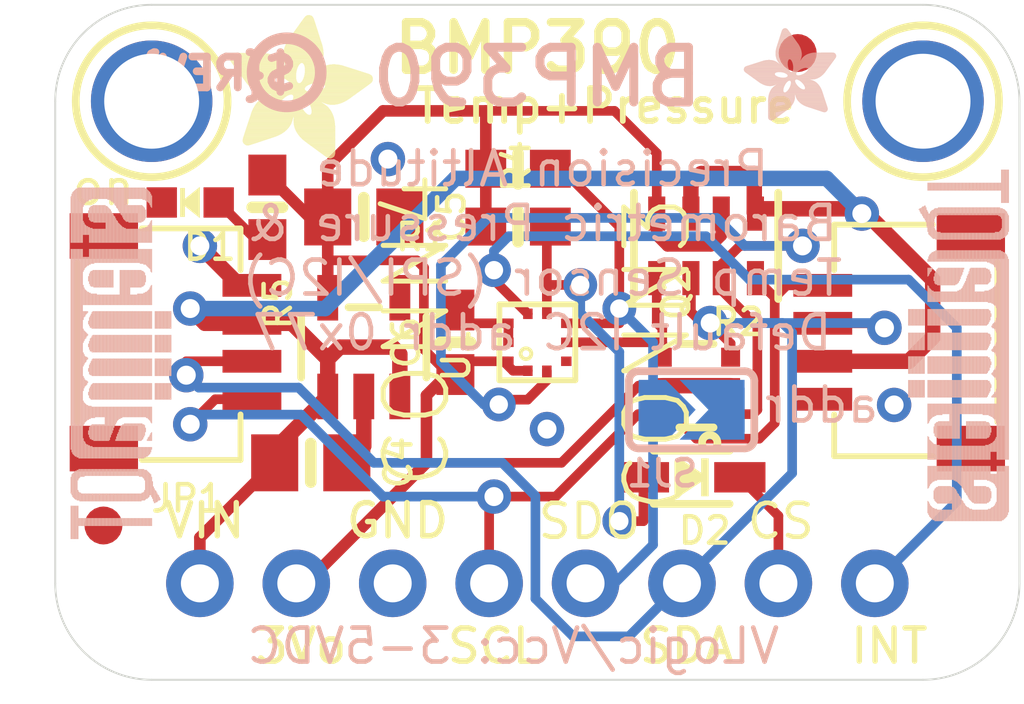
<source format=kicad_pcb>
(kicad_pcb (version 20221018) (generator pcbnew)
  (layers (0 "F.Cu" signal) (31 "B.Cu" signal) (34 "B.Paste" user) (35 "F.Paste" user) (36 "B.SilkS" user "B.Silkscreen") (37 "F.SilkS" user "F.Silkscreen") (38 "B.Mask" user) (39 "F.Mask" user) (44 "Edge.Cuts" user))
  (net 0 "")
  (net 1 "GND")
  (net 2 "SDI_3V")
  (net 3 "SCK_3V")
  (net 4 "CS_3V")
  (net 5 "3.3V")
  (net 6 "SDO/ADR")
  (net 7 "SDI/SDA")
  (net 8 "SCK/SCL")
  (net 9 "CS")
  (net 10 "INT")
  (net 11 "VCC")
  (net 12 "N$1")
  (footprint "Adafruit BMP390:0805-NO" (layer "F.Cu") (at 143.9291 101.7016)
    (fp_text reference "C5" (at 1.905 -0.762 90) (layer "F.SilkS") (effects (font (size 0.692831 0.692831) (thickness 0.119969)) (justify right top)))
    (fp_text value "10uF")
    (pad "1" smd rect (at -0.95 0) (size 1.24 1.5) (layers "F.Cu" "F.Paste" "F.Mask") (net 5 "3.3V"))
    (pad "2" smd rect (at 0.95 0) (size 1.24 1.5) (layers "F.Cu" "F.Paste" "F.Mask") (net 1 "GND"))
  )
  (footprint "Adafruit BMP390:BMP388" (layer "F.Cu") (at 148.5011 105.0036 180)
    (fp_text reference "IC1" hide)
    (fp_text value "BMP388" hide)
    (pad "1" smd rect (at 0.25 -0.75) (size 0.25 0.275) (layers "F.Cu" "F.Paste" "F.Mask") (net 5 "3.3V"))
    (pad "2" smd rect (at -0.25 -0.75) (size 0.25 0.275) (layers "F.Cu" "F.Paste" "F.Mask") (net 3 "SCK_3V"))
    (pad "3" smd rect (at -0.7625 -0.5 270) (size 0.25 0.275) (layers "F.Cu" "F.Paste" "F.Mask") (net 1 "GND"))
    (pad "4" smd rect (at -0.7625 0 270) (size 0.25 0.275) (layers "F.Cu" "F.Paste" "F.Mask") (net 2 "SDI_3V"))
    (pad "5" smd rect (at -0.7625 0.5 270) (size 0.25 0.275) (layers "F.Cu" "F.Paste" "F.Mask") (net 6 "SDO/ADR"))
    (pad "6" smd rect (at -0.25 0.75) (size 0.25 0.275) (layers "F.Cu" "F.Paste" "F.Mask") (net 4 "CS_3V"))
    (pad "7" smd rect (at 0.25 0.75) (size 0.25 0.275) (layers "F.Cu" "F.Paste" "F.Mask") (net 10 "INT"))
    (pad "8" smd rect (at 0.7625 0.5 270) (size 0.25 0.275) (layers "F.Cu" "F.Paste" "F.Mask") (net 1 "GND"))
    (pad "9" smd rect (at 0.7625 0 270) (size 0.25 0.275) (layers "F.Cu" "F.Paste" "F.Mask") (net 1 "GND"))
    (pad "10" smd rect (at 0.7625 -0.5 270) (size 0.25 0.275) (layers "F.Cu" "F.Paste" "F.Mask") (net 5 "3.3V"))
  )
  (footprint "Adafruit BMP390:SOT363" (layer "F.Cu") (at 152.6921 106.1466 90)
    (fp_text reference "Q2" (at 1.651 -0.127 90) (layer "F.SilkS") (effects (font (size 0.692831 0.692831) (thickness 0.119969)) (justify left bottom)))
    (fp_text value "BSS138")
    (pad "1" smd rect (at -0.75 0.9 90) (size 0.5 0.5) (layers "F.Cu" "F.Paste" "F.Mask") (net 3 "SCK_3V"))
    (pad "2" smd rect (at 0 0.9 90) (size 0.4 0.5) (layers "F.Cu" "F.Paste" "F.Mask") (net 5 "3.3V"))
    (pad "3" smd rect (at 0.75 0.9 90) (size 0.5 0.5) (layers "F.Cu" "F.Paste" "F.Mask") (net 7 "SDI/SDA"))
    (pad "4" smd rect (at 0.75 -0.9 90) (size 0.5 0.5) (layers "F.Cu" "F.Paste" "F.Mask") (net 2 "SDI_3V"))
    (pad "5" smd rect (at 0 -0.9 90) (size 0.4 0.5) (layers "F.Cu" "F.Paste" "F.Mask") (net 5 "3.3V"))
    (pad "6" smd rect (at -0.75 -0.9 90) (size 0.5 0.5) (layers "F.Cu" "F.Paste" "F.Mask") (net 8 "SCK/SCL"))
  )
  (footprint "Adafruit BMP390:MOUNTINGHOLE_2.5_PLATED" (layer "F.Cu") (at 138.3411 98.6536)
    (fp_text reference "U$40" hide)
    (fp_text value "MOUNTINGHOLE2.5" hide)
    (pad "P$1" thru_hole circle (at 0 0) (size 3.2 3.2) (drill 2.5) (layers "*.Cu" "*.Mask"))
  )
  (footprint "Adafruit BMP390:SOD-323" (layer "F.Cu") (at 152.5651 108.5596 180)
    (fp_text reference "D2" (at -1.1 -1) (layer "F.SilkS") (effects (font (size 0.692831 0.692831) (thickness 0.119969)) (justify right top)))
    (fp_text value "1N4148")
    (pad "A" smd rect (at 1.27 0 180) (size 1.35 0.8) (layers "F.Cu" "F.Paste" "F.Mask") (net 4 "CS_3V"))
    (pad "C" smd rect (at -1.27 0 180) (size 1.35 0.8) (layers "F.Cu" "F.Paste" "F.Mask") (net 9 "CS"))
  )
  (footprint "Adafruit BMP390:0603-NO" (layer "F.Cu") (at 146.3421 105.0036 90)
    (fp_text reference "C6" (at -0.762 -0.889 90) (layer "F.SilkS") (effects (font (size 0.692831 0.692831) (thickness 0.119969)) (justify left bottom)))
    (fp_text value "0.1uF")
    (pad "1" smd rect (at -0.85 0 90) (size 1.075 1) (layers "F.Cu" "F.Paste" "F.Mask") (net 5 "3.3V"))
    (pad "2" smd rect (at 0.85 0 90) (size 1.075 1) (layers "F.Cu" "F.Paste" "F.Mask") (net 1 "GND"))
  )
  (footprint "Adafruit BMP390:SOT23-5" (layer "F.Cu") (at 143.9291 105.1306)
    (fp_text reference "U1" (at 2.032 -0.562 90) (layer "F.SilkS") (effects (font (size 0.692831 0.692831) (thickness 0.119969)) (justify right top)))
    (fp_text value "AP2112K-3.3")
    (pad "1" smd rect (at -0.95 1.3001) (size 0.55 1.2) (layers "F.Cu" "F.Paste" "F.Mask") (net 11 "VCC"))
    (pad "2" smd rect (at 0 1.3001) (size 0.55 1.2) (layers "F.Cu" "F.Paste" "F.Mask") (net 1 "GND"))
    (pad "3" smd rect (at 0.95 1.3001) (size 0.55 1.2) (layers "F.Cu" "F.Paste" "F.Mask") (net 11 "VCC"))
    (pad "4" smd rect (at 0.95 -1.3001) (size 0.55 1.2) (layers "F.Cu" "F.Paste" "F.Mask"))
    (pad "5" smd rect (at -0.95 -1.3001) (size 0.55 1.2) (layers "F.Cu" "F.Paste" "F.Mask") (net 5 "3.3V"))
  )
  (footprint "Adafruit BMP390:CHIPLED_0603_NOOUTLINE" (layer "F.Cu") (at 139.3571 101.3206 90)
    (fp_text reference "D1" (at -0.762 1.27) (layer "F.SilkS") (effects (font (size 0.692831 0.692831) (thickness 0.119969)) (justify right top)))
    (fp_text value "GREEN")
    (pad "A" smd rect (at 0 0.75 90) (size 0.8 0.8) (layers "F.Cu" "F.Paste" "F.Mask") (net 12 "N$1"))
    (pad "C" smd rect (at 0 -0.75 90) (size 0.8 0.8) (layers "F.Cu" "F.Paste" "F.Mask") (net 1 "GND"))
  )
  (footprint "Adafruit BMP390:1X08_ROUND_70" (layer "F.Cu") (at 148.5011 111.3536)
    (fp_text reference "JP1" (at -10.2362 -1.8288) (layer "F.SilkS") (effects (font (size 0.692831 0.692831) (thickness 0.119969)) (justify left bottom)))
    (fp_text value "")
    (pad "1" thru_hole circle (at -8.89 0 90) (size 1.778 1.778) (drill 1) (layers "*.Cu" "*.Mask") (net 11 "VCC"))
    (pad "2" thru_hole circle (at -6.35 0 90) (size 1.778 1.778) (drill 1) (layers "*.Cu" "*.Mask") (net 5 "3.3V"))
    (pad "3" thru_hole circle (at -3.81 0 90) (size 1.778 1.778) (drill 1) (layers "*.Cu" "*.Mask") (net 1 "GND"))
    (pad "4" thru_hole circle (at -1.27 0 90) (size 1.778 1.778) (drill 1) (layers "*.Cu" "*.Mask") (net 8 "SCK/SCL"))
    (pad "5" thru_hole circle (at 1.27 0 90) (size 1.778 1.778) (drill 1) (layers "*.Cu" "*.Mask") (net 6 "SDO/ADR"))
    (pad "6" thru_hole circle (at 3.81 0 90) (size 1.778 1.778) (drill 1) (layers "*.Cu" "*.Mask") (net 7 "SDI/SDA"))
    (pad "7" thru_hole circle (at 6.35 0 90) (size 1.778 1.778) (drill 1) (layers "*.Cu" "*.Mask") (net 9 "CS"))
    (pad "8" thru_hole circle (at 8.89 0 90) (size 1.778 1.778) (drill 1) (layers "*.Cu" "*.Mask") (net 10 "INT"))
  )
  (footprint "Adafruit BMP390:FIDUCIAL_1MM" (layer "F.Cu") (at 137.0711 109.8296)
    (fp_text reference "FID3" hide)
    (fp_text value "FIDUCIAL_1MM" hide)
    (pad "1" smd roundrect (at 0 0) (size 1 1) (layers "F.Cu" "F.Mask") (roundrect_rratio 0.5))
  )
  (footprint "Adafruit BMP390:0603-NO" (layer "F.Cu") (at 141.3891 101.4476 -90)
    (fp_text reference "R5" (at 1.778 0.127 90) (layer "F.SilkS") (effects (font (size 0.692831 0.692831) (thickness 0.119969)) (justify right top)))
    (fp_text value "10K")
    (pad "1" smd rect (at -0.85 0 270) (size 1.075 1) (layers "F.Cu" "F.Paste" "F.Mask") (net 5 "3.3V"))
    (pad "2" smd rect (at 0.85 0 270) (size 1.075 1) (layers "F.Cu" "F.Paste" "F.Mask") (net 12 "N$1"))
  )
  (footprint "Adafruit BMP390:FIDUCIAL_1MM" (layer "F.Cu") (at 155.3591 97.3836)
    (fp_text reference "FID4" hide)
    (fp_text value "FIDUCIAL_1MM" hide)
    (pad "1" smd roundrect (at 0 0) (size 1 1) (layers "F.Cu" "F.Mask") (roundrect_rratio 0.5))
  )
  (footprint "Adafruit BMP390:JST_SH4" (layer "F.Cu") (at 138.4681 105.0036 -90)
    (fp_text reference "CONN4" (at -4.6 -5.9 90) (layer "F.SilkS") (effects (font (size 1.647139 1.647139) (thickness 0.130861)) (justify right top)))
    (fp_text value "STEMMA_I2C_QT" hide)
    (pad "1" smd rect (at -1.5 -2.514) (size 1.55 0.6) (layers "F.Cu" "F.Paste" "F.Mask") (net 1 "GND"))
    (pad "2" smd rect (at -0.5 -2.514) (size 1.55 0.6) (layers "F.Cu" "F.Paste" "F.Mask") (net 11 "VCC"))
    (pad "3" smd rect (at 0.5 -2.514) (size 1.55 0.6) (layers "F.Cu" "F.Paste" "F.Mask") (net 7 "SDI/SDA"))
    (pad "4" smd rect (at 1.5 -2.514) (size 1.55 0.6) (layers "F.Cu" "F.Paste" "F.Mask") (net 8 "SCK/SCL"))
    (pad "MT1" smd rect (at -2.8 1.386) (size 1.8 1.2) (layers "F.Cu" "F.Paste" "F.Mask") (net 1 "GND"))
    (pad "MT2" smd rect (at 2.8 1.386) (size 1.8 1.2) (layers "F.Cu" "F.Paste" "F.Mask") (net 1 "GND"))
  )
  (footprint "Adafruit BMP390:RESPACK_4X0603" (layer "F.Cu") (at 152.9461 102.4636 180)
    (fp_text reference "R2" (at -1.6 -1.6) (layer "F.SilkS") (effects (font (size 0.692831 0.692831) (thickness 0.119969)) (justify right top)))
    (fp_text value "10K")
    (pad "1" smd rect (at -1.3 0.85 180) (size 0.45 0.9) (layers "F.Cu" "F.Paste" "F.Mask") (net 11 "VCC"))
    (pad "2" smd rect (at -0.4 0.85 180) (size 0.45 0.9) (layers "F.Cu" "F.Paste" "F.Mask") (net 5 "3.3V"))
    (pad "3" smd rect (at 0.4 0.85 180) (size 0.45 0.9) (layers "F.Cu" "F.Paste" "F.Mask") (net 11 "VCC"))
    (pad "4" smd rect (at 1.3 0.85 180) (size 0.45 0.9) (layers "F.Cu" "F.Paste" "F.Mask") (net 5 "3.3V"))
    (pad "5" smd rect (at 1.3 -0.85 180) (size 0.45 0.9) (layers "F.Cu" "F.Paste" "F.Mask") (net 2 "SDI_3V"))
    (pad "6" smd rect (at 0.4 -0.85 180) (size 0.45 0.9) (layers "F.Cu" "F.Paste" "F.Mask") (net 7 "SDI/SDA"))
    (pad "7" smd rect (at -0.4 -0.85 180) (size 0.45 0.9) (layers "F.Cu" "F.Paste" "F.Mask") (net 3 "SCK_3V"))
    (pad "8" smd rect (at -1.3 -0.85 180) (size 0.45 0.9) (layers "F.Cu" "F.Paste" "F.Mask") (net 8 "SCK/SCL"))
  )
  (footprint "Adafruit BMP390:0603-NO" (layer "F.Cu") (at 147.9931 101.9556 180)
    (fp_text reference "R1" (at 1.778 0.127) (layer "F.SilkS") (effects (font (size 0.692831 0.692831) (thickness 0.119969)) (justify right top)))
    (fp_text value "10K")
    (pad "1" smd rect (at -0.85 0 180) (size 1.075 1) (layers "F.Cu" "F.Paste" "F.Mask") (net 4 "CS_3V"))
    (pad "2" smd rect (at 0.85 0 180) (size 1.075 1) (layers "F.Cu" "F.Paste" "F.Mask") (net 5 "3.3V"))
  )
  (footprint "Adafruit BMP390:0805-NO" (layer "F.Cu") (at 142.5321 108.1786)
    (fp_text reference "C4" (at 1.905 -0.762 90) (layer "F.SilkS") (effects (font (size 0.692831 0.692831) (thickness 0.119969)) (justify right top)))
    (fp_text value "10uF")
    (pad "1" smd rect (at -0.95 0) (size 1.24 1.5) (layers "F.Cu" "F.Paste" "F.Mask") (net 11 "VCC"))
    (pad "2" smd rect (at 0.95 0) (size 1.24 1.5) (layers "F.Cu" "F.Paste" "F.Mask") (net 1 "GND"))
  )
  (footprint "Adafruit BMP390:0603-NO" (layer "F.Cu") (at 147.9931 100.4316 180)
    (fp_text reference "R4" (at 0.4445 0.8255 90) (layer "F.SilkS") (effects (font (size 0.692831 0.692831) (thickness 0.119969)) (justify right top)))
    (fp_text value "10K")
    (pad "1" smd rect (at -0.85 0 180) (size 1.075 1) (layers "F.Cu" "F.Paste" "F.Mask") (net 6 "SDO/ADR"))
    (pad "2" smd rect (at 0.85 0 180) (size 1.075 1) (layers "F.Cu" "F.Paste" "F.Mask") (net 5 "3.3V"))
  )
  (footprint "Adafruit BMP390:MOUNTINGHOLE_2.5_PLATED" (layer "F.Cu") (at 158.6611 98.6536)
    (fp_text reference "U$41" hide)
    (fp_text value "MOUNTINGHOLE2.5" hide)
    (pad "P$1" thru_hole circle (at 0 0) (size 3.2 3.2) (drill 2.5) (layers "*.Cu" "*.Mask"))
  )
  (footprint "Adafruit BMP390:ADAFRUIT_3.5MM" (layer "F.Cu") (at 140.3731 100.1776)
    (fp_text reference "U$46" hide)
    (fp_text value "" hide)
  )
  (footprint "Adafruit BMP390:JST_SH4" (layer "F.Cu") (at 158.5341 105.0036 90)
    (fp_text reference "CONN3" (at -4.6 -5.9 90) (layer "F.SilkS") (effects (font (size 1.647139 1.647139) (thickness 0.130861)) (justify left bottom)))
    (fp_text value "STEMMA_I2C_QT" hide)
    (pad "1" smd rect (at -1.5 -2.514 180) (size 1.55 0.6) (layers "F.Cu" "F.Paste" "F.Mask") (net 1 "GND"))
    (pad "2" smd rect (at -0.5 -2.514 180) (size 1.55 0.6) (layers "F.Cu" "F.Paste" "F.Mask") (net 11 "VCC"))
    (pad "3" smd rect (at 0.5 -2.514 180) (size 1.55 0.6) (layers "F.Cu" "F.Paste" "F.Mask") (net 7 "SDI/SDA"))
    (pad "4" smd rect (at 1.5 -2.514 180) (size 1.55 0.6) (layers "F.Cu" "F.Paste" "F.Mask") (net 8 "SCK/SCL"))
    (pad "MT1" smd rect (at -2.8 1.386 180) (size 1.8 1.2) (layers "F.Cu" "F.Paste" "F.Mask") (net 1 "GND"))
    (pad "MT2" smd rect (at 2.8 1.386 180) (size 1.8 1.2) (layers "F.Cu" "F.Paste" "F.Mask") (net 1 "GND"))
  )
  (footprint "Adafruit BMP390:PCBFEAT-REV-040" (layer "B.Cu") (at 141.8971 97.8916 180)
    (fp_text reference "U$47" hide)
    (fp_text value "" hide)
    (fp_text user "${REV}" (at -0.3556 -0.508) (layer "B.SilkS") (effects (font (size 0.8128 0.8128) (thickness 0.2032)) (justify left bottom mirror)))
  )
  (footprint "Adafruit BMP390:SOLDERJUMPER_ARROW_NOPASTE" (layer "B.Cu") (at 152.5651 106.7816)
    (fp_text reference "SJ1" (at -1.778 1.27) (layer "B.SilkS") (effects (font (size 0.692831 0.692831) (thickness 0.119969)) (justify right top mirror)))
    (fp_text value "")
    (fp_poly (pts (xy 0.106121 -0.002663) (xy -0.679416 -0.7882) (xy -1.3946 -0.7882) (xy -1.3946 0.7882) (xy -0.62715 0.7882)) (fill solid) (layer "B.Cu"))
    (fp_poly (pts (xy 1.3946 -0.7882) (xy -0.315893 -0.7882) (xy 0.443148 0) (xy -0.315893 0.7882) (xy 1.3946 0.7882)) (fill solid) (layer "B.Cu"))
    (pad "1" smd roundrect (at -1.016 0) (size 0.762 1.524) (layers "B.Cu") (net 6 "SDO/ADR"))
    (pad "2" smd roundrect (at 1.016 0) (size 0.762 1.524) (layers "B.Cu") (net 1 "GND"))
  )
  (footprint "Adafruit BMP390:STEMMAQT" (layer "B.Cu") (at 138.8491 100.9396 -90)
    (fp_text reference "U$49" hide)
    (fp_text value "" hide)
  )
  (footprint "Adafruit BMP390:ADAFRUIT_2.5MM" (layer "B.Cu") (at 156.3751 99.1616 180)
    (fp_text reference "U$2" hide)
    (fp_text value "" hide)
  )
  (footprint "Adafruit BMP390:STEMMAQT" (layer "B.Cu") (at 158.2801 109.7026 90)
    (fp_text reference "U$48" hide)
    (fp_text value "" hide)
  )
  (gr_arc (start 135.8011 98.6536) (mid 136.545049 96.857549) (end 138.3411 96.1136) (stroke (width 0.05)) (layer "Edge.Cuts"))
  (gr_line (start 135.8011 98.6536) (end 135.8011 111.3536) (stroke (width 0.05)) (layer "Edge.Cuts"))
  (gr_arc (start 158.6611 96.1136) (mid 160.457151 96.857549) (end 161.2011 98.6536) (stroke (width 0.05)) (layer "Edge.Cuts"))
  (gr_line (start 138.3411 113.8936) (end 158.6611 113.8936) (stroke (width 0.05)) (layer "Edge.Cuts"))
  (gr_line (start 161.2011 111.3536) (end 161.2011 98.6536) (stroke (width 0.05)) (layer "Edge.Cuts"))
  (gr_arc (start 161.2011 111.3536) (mid 160.457151 113.149651) (end 158.6611 113.8936) (stroke (width 0.05)) (layer "Edge.Cuts"))
  (gr_line (start 158.6611 96.1136) (end 138.3411 96.1136) (stroke (width 0.05)) (layer "Edge.Cuts"))
  (gr_arc (start 138.3411 113.8936) (mid 136.545049 113.149651) (end 135.8011 111.3536) (stroke (width 0.05)) (layer "Edge.Cuts"))
  (gr_text "addr" (at 155.9941 106.6546) (layer "B.SilkS") (effects (font (size 0.89408 0.89408) (thickness 0.12192)) (justify mirror)))
  (gr_text "BMP390" (at 148.5011 98.0186) (layer "B.SilkS") (effects (font (size 1.441704 1.441704) (thickness 0.234696)) (justify mirror)))
  (gr_text "VLogic/Vcc: 3-5VDC" (at 147.8661 113.0046) (layer "B.SilkS") (effects (font (size 0.89408 0.89408) (thickness 0.12192)) (justify mirror)))
  (gr_text "Precision Altitude\nBarometric Pressure &\nTemp Sensor (SPI/I2C)\nDefault I2C addr 0x77" (at 148.6281 102.5906) (layer "B.SilkS") (effects (font (size 0.89408 0.89408) (thickness 0.12192)) (justify mirror)))
  (gr_text "CS" (at 155.8671 109.1946) (layer "F.SilkS") (effects (font (size 0.89408 0.89408) (thickness 0.12192)) (justify right top)))
  (gr_text "on" (at 136.1821 101.4476) (layer "F.SilkS") (effects (font (size 0.89408 0.89408) (thickness 0.12192)) (justify left bottom)))
  (gr_text "SDO" (at 151.2951 109.1946) (layer "F.SilkS") (effects (font (size 0.89408 0.89408) (thickness 0.12192)) (justify right top)))
  (gr_text "BMP390" (at 148.5011 97.2566) (layer "F.SilkS") (effects (font (size 1.25222 1.25222) (thickness 0.22098))))
  (gr_text "SCL" (at 147.3581 113.0046) (layer "F.SilkS") (effects (font (size 0.87376 0.87376) (thickness 0.14224))))
  (gr_text "INT" (at 157.7721 113.0046) (layer "F.SilkS") (effects (font (size 0.87376 0.87376) (thickness 0.14224))))
  (gr_text "VIN" (at 139.7381 109.7026) (layer "F.SilkS") (effects (font (size 0.87376 0.87376) (thickness 0.14224))))
  (gr_text "SDA" (at 152.4381 113.0046) (layer "F.SilkS") (effects (font (size 0.87376 0.87376) (thickness 0.14224))))
  (gr_text "3Vo" (at 142.2781 113.0046) (layer "F.SilkS") (effects (font (size 0.87376 0.87376) (thickness 0.14224))))
  (gr_text "GND" (at 144.8181 109.7026) (layer "F.SilkS") (effects (font (size 0.87376 0.87376) (thickness 0.14224))))
  (gr_text "Temp+Pressure" (at 150.2791 98.7806) (layer "F.SilkS") (effects (font (size 0.8636 0.8636) (thickness 0.1524))))
  (segment (start 143.9291 106.4307) (end 143.9291 107.7316) (width 0.4064) (layer "F.Cu") (net 1))
  (segment (start 146.6921 104.5036) (end 146.3421 104.1536) (width 0.254) (layer "F.Cu") (net 1))
  (segment (start 147.7386 104.5036) (end 147.7386 105.0036) (width 0.254) (layer "F.Cu") (net 1))
  (segment (start 140.9821 103.5036) (end 140.6511 103.5036) (width 0.4064) (layer "F.Cu") (net 1))
  (segment (start 140.6511 103.5036) (end 139.6111 102.4636) (width 0.4064) (layer "F.Cu") (net 1))
  (segment (start 143.4821 108.1786) (end 143.9291 107.7316) (width 0.4064) (layer "F.Cu") (net 1))
  (segment (start 147.7386 104.5036) (end 146.6921 104.5036) (width 0.254) (layer "F.Cu") (net 1))
  (via (at 144.5641 100.1776) (size 0.9064) (drill 0.5) (layers "F.Cu" "B.Cu") (net 1))
  (via (at 148.7551 107.2896) (size 0.9064) (drill 0.5) (layers "F.Cu" "B.Cu") (net 1))
  (via (at 157.8991 106.6546) (size 0.9064) (drill 0.5) (layers "F.Cu" "B.Cu") (net 1))
  (via (at 139.6111 102.4636) (size 0.9064) (drill 0.5) (layers "F.Cu" "B.Cu") (net 1))
  (segment (start 151.7921 104.6346) (end 151.6461 104.4886) (width 0.254) (layer "F.Cu") (net 2))
  (segment (start 151.6461 104.4886) (end 151.6461 103.3136) (width 0.254) (layer "F.Cu") (net 2))
  (segment (start 149.2636 105.0036) (end 151.7921 105.0036) (width 0.254) (layer "F.Cu") (net 2))
  (segment (start 151.7921 105.0036) (end 151.7921 104.6346) (width 0.254) (layer "F.Cu") (net 2))
  (segment (start 151.7921 105.3966) (end 151.7921 105.0036) (width 0.254) (layer "F.Cu") (net 2))
  (segment (start 153.3461 103.3136) (end 153.3461 102.9526) (width 0.254) (layer "F.Cu") (net 3))
  (segment (start 153.5921 106.8966) (end 154.1819 106.8966) (width 0.254) (layer "F.Cu") (net 3))
  (segment (start 147.6121 106.5149) (end 147.4851 106.6419) (width 0.254) (layer "F.Cu") (net 3))
  (segment (start 148.2438 106.5149) (end 147.6121 106.5149) (width 0.254) (layer "F.Cu") (net 3))
  (segment (start 153.3461 103.6256) (end 154.2969 104.5764) (width 0.254) (layer "F.Cu") (net 3))
  (segment (start 154.2969 104.5764) (end 154.2969 106.7816) (width 0.254) (layer "F.Cu") (net 3))
  (segment (start 154.2969 106.7816) (end 154.1819 106.8966) (width 0.254) (layer "F.Cu") (net 3))
  (segment (start 153.8351 102.4636) (end 155.4861 102.4636) (width 0.254) (layer "F.Cu") (net 3))
  (segment (start 153.3461 102.9526) (end 153.8351 102.4636) (width 0.254) (layer "F.Cu") (net 3))
  (segment (start 148.7511 105.7536) (end 148.7511 106.0076) (width 0.254) (layer "F.Cu") (net 3))
  (segment (start 153.3461 103.3136) (end 153.3461 103.6256) (width 0.254) (layer "F.Cu") (net 3))
  (segment (start 148.7511 106.0076) (end 148.2438 106.5149) (width 0.254) (layer "F.Cu") (net 3))
  (via (at 155.4861 102.4636) (size 0.9064) (drill 0.5) (layers "F.Cu" "B.Cu") (net 3))
  (via (at 147.4851 106.6419) (size 0.889) (drill 0.4826) (layers "F.Cu" "B.Cu") (net 3))
  (segment (start 147.4851 106.6419) (end 147.0914 106.6419) (width 0.254) (layer "B.Cu") (net 3))
  (segment (start 145.9611 105.5116) (end 145.9611 102.9716) (width 0.254) (layer "B.Cu") (net 3))
  (segment (start 147.2057 101.727) (end 153.2255 101.727) (width 0.254) (layer "B.Cu") (net 3))
  (segment (start 145.9611 102.9716) (end 147.2057 101.727) (width 0.254) (layer "B.Cu") (net 3))
  (segment (start 147.0914 106.6419) (end 145.9611 105.5116) (width 0.254) (layer "B.Cu") (net 3))
  (segment (start 153.9621 102.4636) (end 153.2255 101.727) (width 0.254) (layer "B.Cu") (net 3))
  (segment (start 153.9621 102.4636) (end 155.4861 102.4636) (width 0.254) (layer "B.Cu") (net 3))
  (segment (start 148.7511 103.4836) (end 148.7424 103.4923) (width 0.254) (layer "F.Cu") (net 4))
  (segment (start 150.6601 109.7153) (end 151.2951 109.7153) (width 0.254) (layer "F.Cu") (net 4))
  (segment (start 148.7511 102.0476) (end 148.7511 103.4836) (width 0.254) (layer "F.Cu") (net 4))
  (segment (start 148.7511 104.2536) (end 148.7511 103.501) (width 0.254) (layer "F.Cu") (net 4))
  (segment (start 151.2951 108.5596) (end 151.2951 109.7153) (width 0.254) (layer "F.Cu") (net 4))
  (segment (start 148.8431 101.9556) (end 148.7511 102.0476) (width 0.254) (layer "F.Cu") (net 4))
  (segment (start 148.7424 103.4923) (end 149.6314 103.4923) (width 0.254) (layer "F.Cu") (net 4))
  (segment (start 148.7511 103.501) (end 148.7424 103.4923) (width 0.254) (layer "F.Cu") (net 4))
  (via (at 150.6601 109.7153) (size 0.889) (drill 0.4826) (layers "F.Cu" "B.Cu") (net 4))
  (via (at 149.6314 103.4923) (size 0.889) (drill 0.4826) (layers "F.Cu" "B.Cu") (net 4))
  (segment (start 149.6314 103.4923) (end 149.6314 104.2289) (width 0.254) (layer "B.Cu") (net 4))
  (segment (start 150.6601 105.2576) (end 150.6601 109.7153) (width 0.254) (layer "B.Cu") (net 4))
  (segment (start 149.6314 104.2289) (end 150.6601 105.2576) (width 0.254) (layer "B.Cu") (net 4))
  (segment (start 153.0731 102.4636) (end 151.9301 102.4636) (width 0.3048) (layer "F.Cu") (net 5))
  (segment (start 147.8621 105.7536) (end 147.6121 105.5036) (width 0.254) (layer "F.Cu") (net 5))
  (segment (start 146.1271 105.8536) (end 145.5801 106.4006) (width 0.3048) (layer "F.Cu") (net 5))
  (segment (start 142.1511 111.3536) (end 142.4051 111.3536) (width 0.3048) (layer "F.Cu") (net 5))
  (segment (start 142.9791 101.7016) (end 142.9791 100.3656) (width 0.3048) (layer "F.Cu") (net 5))
  (segment (start 151.1681 106.1466) (end 149.1361 108.1786) (width 0.254) (layer "F.Cu") (net 5))
  (segment (start 153.3461 101.6136) (end 153.3461 102.1906) (width 0.3048) (layer "F.Cu") (net 5))
  (segment (start 151.6461 102.1796) (end 151.6461 101.6136) (width 0.3048) (layer "F.Cu") (net 5))
  (segment (start 153.3461 102.1906) (end 153.0731 102.4636) (width 0.3048) (layer "F.Cu") (net 5))
  (segment (start 142.9791 101.7016) (end 142.9791 102.8446) (width 0.3048) (layer "F.Cu") (net 5))
  (segment (start 142.9791 102.8446) (end 145.3261 102.8446) (width 0.254) (layer "F.Cu") (net 5))
  (segment (start 147.1431 100.4316) (end 147.1431 101.9556) (width 0.3048) (layer "F.Cu") (net 5))
  (segment (start 145.5801 108.1786) (end 142.4051 111.3536) (width 0.3048) (layer "F.Cu") (net 5))
  (segment (start 146.1761 105.8536) (end 145.5119 105.1894) (width 0.254) (layer "F.Cu") (net 5))
  (segment (start 151.7921 106.1466) (end 151.1681 106.1466) (width 0.254) (layer "F.Cu") (net 5))
  (segment (start 145.5119 103.479325) (end 145.5166 103.474625) (width 0.254) (layer "F.Cu") (net 5))
  (segment (start 146.3421 105.8536) (end 146.1271 105.8536) (width 0.3048) (layer "F.Cu") (net 5))
  (segment (start 151.6461 101.6136) (end 151.6461 100.0206) (width 0.254) (layer "F.Cu") (net 5))
  (segment (start 145.5166 103.0351) (end 145.3261 102.8446) (width 0.254) (layer "F.Cu") (net 5))
  (segment (start 147.1431 98.9076) (end 147.1431 100.4316) (width 0.3048) (layer "F.Cu") (net 5))
  (segment (start 148.2511 105.7536) (end 147.8621 105.7536) (width 0.254) (layer "F.Cu") (net 5))
  (segment (start 151.7921 106.1466) (end 153.5921 106.1466) (width 0.4064) (layer "F.Cu") (net 5))
  (segment (start 147.6121 105.5036) (end 146.6921 105.5036) (width 0.254) (layer "F.Cu") (net 5))
  (segment (start 142.9791 102.8446) (end 142.9791 103.8305) (width 0.3048) (layer "F.Cu") (net 5))
  (segment (start 146.3421 105.8536) (end 146.1761 105.8536) (width 0.254) (layer "F.Cu") (net 5))
  (segment (start 150.5331 98.9076) (end 147.1431 98.9076) (width 0.254) (layer "F.Cu") (net 5))
  (segment (start 151.9301 102.4636) (end 151.6461 102.1796) (width 0.3048) (layer "F.Cu") (net 5))
  (segment (start 147.7386 105.5036) (end 147.6121 105.5036) (width 0.254) (layer "F.Cu") (net 5))
  (segment (start 141.3891 100.5976) (end 142.4931 101.7016) (width 0.3048) (layer "F.Cu") (net 5))
  (segment (start 145.5801 106.4006) (end 145.5801 108.1786) (width 0.3048) (layer "F.Cu") (net 5))
  (segment (start 146.6921 105.5036) (end 146.3421 105.8536) (width 0.254) (layer "F.Cu") (net 5))
  (segment (start 149.1361 108.1786) (end 145.5801 108.1786) (width 0.254) (layer "F.Cu") (net 5))
  (segment (start 142.4931 101.7016) (end 142.9791 101.7016) (width 0.3048) (layer "F.Cu") (net 5))
  (segment (start 144.4371 98.9076) (end 147.1431 98.9076) (width 0.3048) (layer "F.Cu") (net 5))
  (segment (start 151.6461 100.0206) (end 150.5331 98.9076) (width 0.254) (layer "F.Cu") (net 5))
  (segment (start 145.5166 103.474625) (end 145.5166 103.0351) (width 0.254) (layer "F.Cu") (net 5))
  (segment (start 142.9791 100.3656) (end 144.4371 98.9076) (width 0.3048) (layer "F.Cu") (net 5))
  (segment (start 145.5119 105.1894) (end 145.5119 103.479325) (width 0.254) (layer "F.Cu") (net 5))
  (segment (start 150.6601 104.1146) (end 150.6601 101.9556) (width 0.254) (layer "F.Cu") (net 6))
  (segment (start 149.2636 104.5036) (end 150.6601 104.5036) (width 0.254) (layer "F.Cu") (net 6))
  (segment (start 150.6601 101.9556) (end 149.1361 100.4316) (width 0.254) (layer "F.Cu") (net 6))
  (segment (start 150.6601 104.5036) (end 150.6601 104.1146) (width 0.254) (layer "F.Cu") (net 6))
  (segment (start 149.1361 100.4316) (end 148.8431 100.4316) (width 0.254) (layer "F.Cu") (net 6))
  (via (at 150.6601 104.1146) (size 0.889) (drill 0.4826) (layers "F.Cu" "B.Cu") (net 6))
  (segment (start 150.6601 104.1146) (end 151.5491 105.0036) (width 0.254) (layer "B.Cu") (net 6))
  (segment (start 151.5491 106.7816) (end 151.5491 107.2896) (width 0.2032) (layer "B.Cu") (net 6))
  (segment (start 151.5491 105.0036) (end 151.5491 106.7816) (width 0.254) (layer "B.Cu") (net 6))
  (segment (start 151.5491 107.2896) (end 151.5491 110.3376) (width 0.254) (layer "B.Cu") (net 6))
  (segment (start 151.5491 110.3376) (end 150.5331 111.3536) (width 0.254) (layer "B.Cu") (net 6))
  (segment (start 150.5331 111.3536) (end 149.7711 111.3536) (width 0.254) (layer "B.Cu") (net 6))
  (segment (start 140.9821 105.5036) (end 139.252706 105.5036) (width 0.254) (layer "F.Cu") (net 7))
  (segment (start 139.252706 105.5036) (end 139.252706 105.869994) (width 0.254) (layer "F.Cu") (net 7))
  (segment (start 152.5461 103.3136) (end 152.5461 104.2026) (width 0.254) (layer "F.Cu") (net 7))
  (segment (start 157.5261 104.5036) (end 157.6451 104.6226) (width 0.254) (layer "F.Cu") (net 7))
  (segment (start 152.5461 104.2026) (end 152.8391 104.4956) (width 0.254) (layer "F.Cu") (net 7))
  (segment (start 153.5921 105.0336) (end 153.0541 104.4956) (width 0.254) (layer "F.Cu") (net 7))
  (segment (start 156.0201 104.5036) (end 157.5261 104.5036) (width 0.254) (layer "F.Cu") (net 7))
  (segment (start 152.8391 104.4956) (end 153.0541 104.4956) (width 0.254) (layer "F.Cu") (net 7))
  (segment (start 153.5921 105.3966) (end 153.5921 105.0336) (width 0.254) (layer "F.Cu") (net 7))
  (via (at 139.252706 105.869994) (size 0.9064) (drill 0.5) (layers "F.Cu" "B.Cu") (net 7))
  (via (at 157.6451 104.6226) (size 0.9064) (drill 0.5) (layers "F.Cu" "B.Cu") (net 7))
  (via (at 153.0541 104.4956) (size 0.9064) (drill 0.5) (layers "F.Cu" "B.Cu") (net 7))
  (segment (start 142.213481 106.1974) (end 144.194681 108.1786) (width 0.254) (layer "B.Cu") (net 7))
  (segment (start 139.580112 106.1974) (end 142.213481 106.1974) (width 0.254) (layer "B.Cu") (net 7))
  (segment (start 148.4503 109.0519) (end 148.4503 111.757013) (width 0.254) (layer "B.Cu") (net 7))
  (segment (start 150.9141 112.7506) (end 152.3111 111.3536) (width 0.254) (layer "B.Cu") (net 7))
  (segment (start 153.0541 104.4956) (end 154.9591 104.4956) (width 0.254) (layer "B.Cu") (net 7))
  (segment (start 149.443887 112.7506) (end 150.9141 112.7506) (width 0.254) (layer "B.Cu") (net 7))
  (segment (start 147.577 108.1786) (end 148.4503 109.0519) (width 0.254) (layer "B.Cu") (net 7))
  (segment (start 155.2131 104.7496) (end 155.2131 108.4516) (width 0.254) (layer "B.Cu") (net 7))
  (segment (start 157.5181 104.4956) (end 153.0541 104.4956) (width 0.254) (layer "B.Cu") (net 7))
  (segment (start 144.194681 108.1786) (end 147.577 108.1786) (width 0.254) (layer "B.Cu") (net 7))
  (segment (start 148.4503 111.757013) (end 149.443887 112.7506) (width 0.254) (layer "B.Cu") (net 7))
  (segment (start 155.2131 104.7496) (end 154.9591 104.4956) (width 0.254) (layer "B.Cu") (net 7))
  (segment (start 155.2131 108.4516) (end 152.3111 111.3536) (width 0.254) (layer "B.Cu") (net 7))
  (segment (start 157.6451 104.6226) (end 157.5181 104.4956) (width 0.254) (layer "B.Cu") (net 7))
  (segment (start 139.252706 105.869994) (end 139.580112 106.1974) (width 0.254) (layer "B.Cu") (net 7))
  (segment (start 152.6921 107.5436) (end 152.0451 106.8966) (width 0.254) (layer "F.Cu") (net 8))
  (segment (start 151.7921 106.8966) (end 152.0451 106.8966) (width 0.254) (layer "F.Cu") (net 8))
  (segment (start 148.9861 109.0676) (end 147.3581 109.0676) (width 0.254) (layer "F.Cu") (net 8))
  (segment (start 147.2311 109.1946) (end 147.2311 111.3536) (width 0.254) (layer "F.Cu") (net 8))
  (segment (start 151.1571 106.8966) (end 148.9861 109.0676) (width 0.254) (layer "F.Cu") (net 8))
  (segment (start 156.0201 103.5036) (end 155.0721 103.5036) (width 0.254) (layer "F.Cu") (net 8))
  (segment (start 155.0721 103.5036) (end 154.7541 103.8216) (width 0.254) (layer "F.Cu") (net 8))
  (segment (start 154.3431 107.5436) (end 152.6921 107.5436) (width 0.254) (layer "F.Cu") (net 8))
  (segment (start 154.7541 107.1326) (end 154.3431 107.5436) (width 0.254) (layer "F.Cu") (net 8))
  (segment (start 140.0161 106.5036) (end 139.3571 107.1626) (width 0.254) (layer "F.Cu") (net 8))
  (segment (start 154.2461 103.3136) (end 154.7541 103.8216) (width 0.254) (layer "F.Cu") (net 8))
  (segment (start 151.7921 106.8966) (end 151.1571 106.8966) (width 0.254) (layer "F.Cu") (net 8))
  (segment (start 154.7541 103.8216) (end 154.7541 107.1326) (width 0.254) (layer "F.Cu") (net 8))
  (segment (start 140.9821 106.5036) (end 140.0161 106.5036) (width 0.254) (layer "F.Cu") (net 8))
  (segment (start 147.3581 109.0676) (end 147.2311 109.1946) (width 0.254) (layer "F.Cu") (net 8))
  (via (at 139.3571 107.1626) (size 0.9064) (drill 0.5) (layers "F.Cu" "B.Cu") (net 8))
  (via (at 147.3581 109.0676) (size 0.9064) (drill 0.5) (layers "F.Cu" "B.Cu") (net 8))
  (segment (start 139.3571 107.1626) (end 139.6111 106.9086) (width 0.254) (layer "B.Cu") (net 8))
  (segment (start 142.2781 106.9086) (end 139.6111 106.9086) (width 0.254) (layer "B.Cu") (net 8))
  (segment (start 147.3581 109.0676) (end 144.4371 109.0676) (width 0.254) (layer "B.Cu") (net 8))
  (segment (start 144.4371 109.0676) (end 142.2781 106.9086) (width 0.254) (layer "B.Cu") (net 8))
  (segment (start 153.8351 108.5596) (end 154.8511 109.5756) (width 0.254) (layer "F.Cu") (net 9))
  (segment (start 154.8511 109.5756) (end 154.8511 111.3536) (width 0.254) (layer "F.Cu") (net 9))
  (segment (start 147.3581 103.3606) (end 147.3581 103.1033) (width 0.254) (layer "F.Cu") (net 10))
  (segment (start 148.2511 104.2536) (end 147.3581 103.3606) (width 0.254) (layer "F.Cu") (net 10))
  (via (at 147.3581 103.1033) (size 0.889) (drill 0.4826) (layers "F.Cu" "B.Cu") (net 10))
  (segment (start 147.7438 102.2096) (end 152.9461 102.2096) (width 0.254) (layer "B.Cu") (net 10))
  (segment (start 147.3581 102.5953) (end 147.3581 103.1033) (width 0.254) (layer "B.Cu") (net 10))
  (segment (start 159.5501 109.1946) (end 157.3911 111.3536) (width 0.254) (layer "B.Cu") (net 10))
  (segment (start 147.7438 102.2096) (end 147.3581 102.5953) (width 0.254) (layer "B.Cu") (net 10))
  (segment (start 152.9461 102.2096) (end 154.0891 103.3526) (width 0.254) (layer "B.Cu") (net 10))
  (segment (start 158.2801 103.3526) (end 159.5501 104.6226) (width 0.254) (layer "B.Cu") (net 10))
  (segment (start 159.5501 104.6226) (end 159.5501 109.1946) (width 0.254) (layer "B.Cu") (net 10))
  (segment (start 154.0891 103.3526) (end 158.2801 103.3526) (width 0.254) (layer "B.Cu") (net 10))
  (segment (start 154.2161 100.5586) (end 154.2161 101.5836) (width 0.4064) (layer "F.Cu") (net 11))
  (segment (start 140.9821 104.5036) (end 142.0371 104.5036) (width 0.4064) (layer "F.Cu") (net 11))
  (segment (start 142.9791 105.4456) (end 142.9791 106.4307) (width 0.4064) (layer "F.Cu") (net 11))
  (segment (start 140.9821 104.5036) (end 139.7461 104.5036) (width 0.4064) (layer "F.Cu") (net 11))
  (segment (start 157.1761 101.6136) (end 157.0491 101.6136) (width 0.4064) (layer "F.Cu") (net 11))
  (segment (start 142.9791 106.4307) (end 141.5821 107.8277) (width 0.4064) (layer "F.Cu") (net 11))
  (segment (start 142.0371 104.5036) (end 142.9791 105.4456) (width 0.4064) (layer "F.Cu") (net 11))
  (segment (start 144.691096 105.1306) (end 143.2941 105.1306) (width 0.4064) (layer "F.Cu") (net 11))
  (segment (start 141.5821 107.8277) (end 141.5821 108.1786) (width 0.4064) (layer "F.Cu") (net 11))
  (segment (start 139.6111 110.1496) (end 139.6111 111.3536) (width 0.3048) (layer "F.Cu") (net 11))
  (segment (start 152.5461 100.8316) (end 152.8191 100.5586) (width 0.4064) (layer "F.Cu") (net 11))
  (segment (start 152.5461 101.6136) (end 152.5461 100.8316) (width 0.4064) (layer "F.Cu") (net 11))
  (segment (start 158.9151 103.3526) (end 157.1761 101.6136) (width 0.4064) (layer "F.Cu") (net 11))
  (segment (start 154.2161 101.5836) (end 154.2461 101.6136) (width 0.4064) (layer "F.Cu") (net 11))
  (segment (start 141.5821 108.1786) (end 139.6111 110.1496) (width 0.3048) (layer "F.Cu") (net 11))
  (segment (start 139.7461 104.5036) (end 139.3571 104.1146) (width 0.4064) (layer "F.Cu") (net 11))
  (segment (start 156.0201 105.5036) (end 158.2881 105.5036) (width 0.4064) (layer "F.Cu") (net 11))
  (segment (start 144.8791 105.3186) (end 144.691096 105.1306) (width 0.4064) (layer "F.Cu") (net 11))
  (segment (start 156.9221 101.4866) (end 154.3731 101.4866) (width 0.4064) (layer "F.Cu") (net 11))
  (segment (start 158.2881 105.5036) (end 158.9151 104.8766) (width 0.4064) (layer "F.Cu") (net 11))
  (segment (start 158.9151 104.8766) (end 158.9151 103.3526) (width 0.4064) (layer "F.Cu") (net 11))
  (segment (start 144.8791 106.4307) (end 144.8791 105.3186) (width 0.4064) (layer "F.Cu") (net 11))
  (segment (start 143.2941 105.1306) (end 142.9791 105.4456) (width 0.4064) (layer "F.Cu") (net 11))
  (segment (start 154.2461 101.6136) (end 154.3731 101.4866) (width 0.4064) (layer "F.Cu") (net 11))
  (segment (start 152.8191 100.5586) (end 154.2161 100.5586) (width 0.4064) (layer "F.Cu") (net 11))
  (segment (start 157.0491 101.6136) (end 156.9221 101.4866) (width 0.4064) (layer "F.Cu") (net 11))
  (via (at 157.0491 101.6136) (size 0.9064) (drill 0.5) (layers "F.Cu" "B.Cu") (net 11))
  (via (at 139.3571 104.1146) (size 0.9064) (drill 0.5) (layers "F.Cu" "B.Cu") (net 11))
  (segment (start 157.0491 101.6136) (end 156.1211 100.6856) (width 0.4064) (layer "B.Cu") (net 11))
  (segment (start 146.3421 100.6856) (end 142.9131 104.1146) (width 0.4064) (layer "B.Cu") (net 11))
  (segment (start 156.1211 100.6856) (end 146.3421 100.6856) (width 0.4064) (layer "B.Cu") (net 11))
  (segment (start 139.3571 104.1146) (end 142.9131 104.1146) (width 0.4064) (layer "B.Cu") (net 11))
  (segment (start 140.1071 101.3206) (end 141.0841 102.2976) (width 0.254) (layer "F.Cu") (net 12))
  (segment (start 141.0841 102.2976) (end 141.3891 102.2976) (width 0.254) (layer "F.Cu") (net 12))
)
</source>
